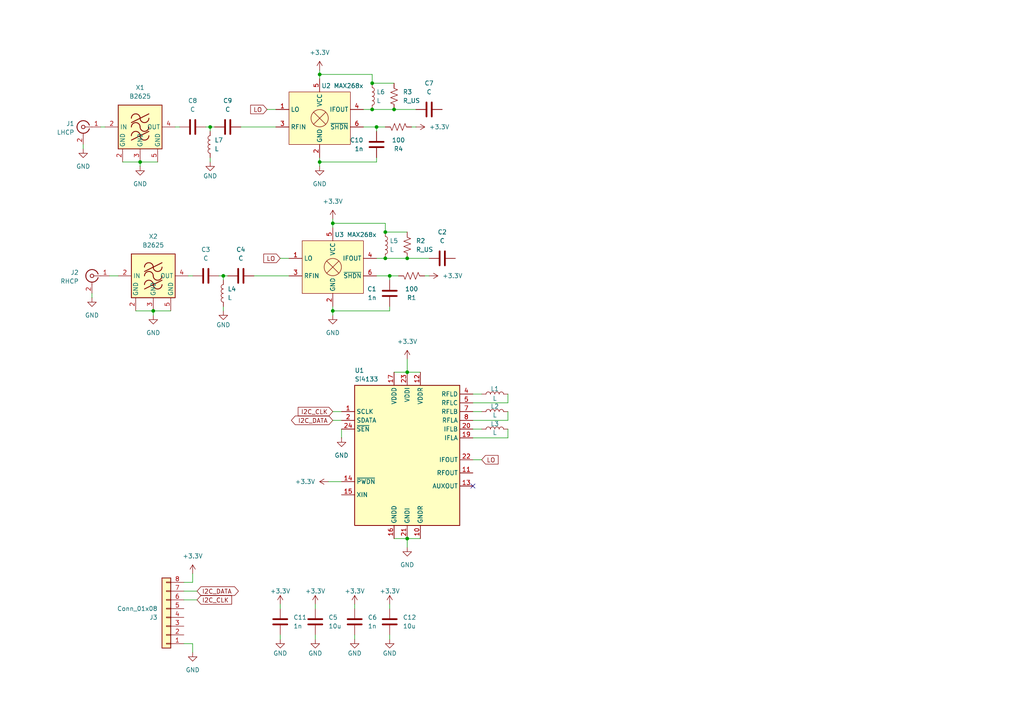
<source format=kicad_sch>
(kicad_sch (version 20231120) (generator "eeschema") (generator_version "8.0")
  (paper "A4")
  (lib_symbols
    (symbol "Connector:Conn_Coaxial" (pin_names (offset 1.016) hide)
      (property "Reference" "J" (at 0.254 3.048 0))
      (property "Value" "Conn_Coaxial" (at 2.921 0 90))
      (symbol "Conn_Coaxial_0_1"
        (arc (start -1.778 -0.508) (mid 0.2311 -1.8066) (end 1.778 0) (stroke (width 0.254)))
        (polyline (pts (xy -2.54 0) (xy -0.508 0)))
        (polyline (pts (xy 0 -2.54) (xy 0 -1.778)))
        (circle (center 0 0) (radius 0.508) (stroke (width 0.2032)))
        (arc (start 1.778 0) (mid 0.2099 1.8101) (end -1.778 0.508) (stroke (width 0.254)))
      )
      (symbol "Conn_Coaxial_1_1"
        (pin passive line (at -5.08 0 0) (length 2.54) (name "In") (number "1"))
        (pin passive line (at 0 -5.08 90) (length 2.54) (name "Ext") (number "2"))
      )
    )
    (symbol "Connector_Generic:Conn_01x08" (pin_names (offset 1.016) hide)
      (property "Reference" "J" (at 0 10.16 0))
      (property "Value" "Conn_01x08" (at 0 -12.7 0))
      (symbol "Conn_01x08_1_1"
        (rectangle (start -1.27 -10.033) (end 0 -10.287) (stroke (width 0.1524)))
        (rectangle (start -1.27 -7.493) (end 0 -7.747) (stroke (width 0.1524)))
        (rectangle (start -1.27 -4.953) (end 0 -5.207) (stroke (width 0.1524)))
        (rectangle (start -1.27 -2.413) (end 0 -2.667) (stroke (width 0.1524)))
        (rectangle (start -1.27 0.127) (end 0 -0.127) (stroke (width 0.1524)))
        (rectangle (start -1.27 2.667) (end 0 2.413) (stroke (width 0.1524)))
        (rectangle (start -1.27 5.207) (end 0 4.953) (stroke (width 0.1524)))
        (rectangle (start -1.27 7.747) (end 0 7.493) (stroke (width 0.1524)))
        (rectangle (start -1.27 8.89) (end 1.27 -11.43) (stroke (width 0.254)) (fill (type background)))
        (pin passive line (at -5.08 7.62 0) (length 3.81) (name "Pin_1") (number "1"))
        (pin passive line (at -5.08 5.08 0) (length 3.81) (name "Pin_2") (number "2"))
        (pin passive line (at -5.08 2.54 0) (length 3.81) (name "Pin_3") (number "3"))
        (pin passive line (at -5.08 0 0) (length 3.81) (name "Pin_4") (number "4"))
        (pin passive line (at -5.08 -2.54 0) (length 3.81) (name "Pin_5") (number "5"))
        (pin passive line (at -5.08 -5.08 0) (length 3.81) (name "Pin_6") (number "6"))
        (pin passive line (at -5.08 -7.62 0) (length 3.81) (name "Pin_7") (number "7"))
        (pin passive line (at -5.08 -10.16 0) (length 3.81) (name "Pin_8") (number "8"))
      )
    )
    (symbol "Device:C" (pin_numbers hide) (pin_names (offset 0.254))
      (property "Reference" "C" (at 0.635 2.54 0))
      (property "Value" "C" (at 0.635 -2.54 0))
      (symbol "C_0_1"
        (polyline (pts (xy -2.032 -0.762) (xy 2.032 -0.762)) (stroke (width 0.508)))
        (polyline (pts (xy -2.032 0.762) (xy 2.032 0.762)) (stroke (width 0.508)))
      )
      (symbol "C_1_1"
        (pin passive line (at 0 3.81 270) (length 2.794) (name "~") (number "1"))
        (pin passive line (at 0 -3.81 90) (length 2.794) (name "~") (number "2"))
      )
    )
    (symbol "Device:L" (pin_numbers hide) (pin_names (offset 1.016) hide)
      (property "Reference" "L" (at -1.27 0 90))
      (property "Value" "L" (at 1.905 0 90))
      (symbol "L_0_1"
        (arc (start 0 -2.54) (mid 0.6323 -1.905) (end 0 -1.27))
        (arc (start 0 -1.27) (mid 0.6323 -0.635) (end 0 0))
        (arc (start 0 0) (mid 0.6323 0.635) (end 0 1.27))
        (arc (start 0 1.27) (mid 0.6323 1.905) (end 0 2.54))
      )
      (symbol "L_1_1"
        (pin passive line (at 0 3.81 270) (length 1.27) (name "1") (number "1"))
        (pin passive line (at 0 -3.81 90) (length 1.27) (name "2") (number "2"))
      )
    )
    (symbol "Device:R_US" (pin_numbers hide) (pin_names (offset 0))
      (property "Reference" "R" (at 2.54 0 90))
      (property "Value" "R_US" (at -2.54 0 90))
      (symbol "R_US_0_1"
        (polyline (pts (xy 0 -2.286) (xy 0 -2.54)))
        (polyline (pts (xy 0 2.286) (xy 0 2.54)))
        (polyline (pts (xy 0 -0.762) (xy 1.016 -1.143) (xy 0 -1.524) (xy -1.016 -1.905) (xy 0 -2.286)))
        (polyline (pts (xy 0 0.762) (xy 1.016 0.381) (xy 0 0) (xy -1.016 -0.381) (xy 0 -0.762)))
        (polyline (pts (xy 0 2.286) (xy 1.016 1.905) (xy 0 1.524) (xy -1.016 1.143) (xy 0 0.762)))
      )
      (symbol "R_US_1_1"
        (pin passive line (at 0 3.81 270) (length 1.27) (name "~") (number "1"))
        (pin passive line (at 0 -3.81 90) (length 1.27) (name "~") (number "2"))
      )
    )
    (symbol "polsk:B2625"
      (property "Reference" "X" (at -5.08 9.398 0))
      (property "Value" "B2625" (at -2.54 7.62 0))
      (symbol "B2625_1_1"
        (rectangle (start -6.35 6.35) (end 6.35 -6.35) (stroke (width 0.254)) (fill (type background)))
        (arc (start 0 -2.54) (mid -1.27 -1.2755) (end -2.54 -2.54) (stroke (width 0.254)))
        (arc (start 0 -2.54) (mid 1.27 -3.8045) (end 2.54 -2.54) (stroke (width 0.254)))
        (arc (start 0 0) (mid -1.27 1.2645) (end -2.54 0) (stroke (width 0.254)))
        (polyline (pts (xy -2.54 -3.81) (xy 2.54 -1.27)) (stroke (width 0.254)))
        (polyline (pts (xy -2.54 1.27) (xy 2.54 3.81)) (stroke (width 0.254)))
        (arc (start 0 0) (mid 1.27 -1.2645) (end 2.54 0) (stroke (width 0.254)))
        (arc (start 0 2.54) (mid -1.27 3.8045) (end -2.54 2.54) (stroke (width 0.254)))
        (arc (start 0 2.54) (mid 1.27 1.2755) (end 2.54 2.54) (stroke (width 0.254)))
        (pin power_in line (at -5.08 -10.16 90) (length 3.81) (name "GND") (number "2"))
        (pin input line (at -10.16 0 0) (length 3.81) (name "IN") (number "2"))
        (pin power_in line (at 0 -10.16 90) (length 3.81) (name "GND") (number "3"))
        (pin output line (at 10.16 0 180) (length 3.81) (name "OUT") (number "4"))
        (pin power_in line (at 5.08 -10.16 90) (length 3.81) (name "GND") (number "5"))
      )
    )
    (symbol "polsk:MAX268x"
      (property "Reference" "U" (at -12.192 12.7 0))
      (property "Value" "MAX268x" (at -8.636 10.414 0))
      (symbol "MAX268x_0_1"
        (polyline (pts (xy -1.778 -1.778) (xy 1.778 1.778)))
        (polyline (pts (xy 1.778 -1.778) (xy -1.778 1.778)))
        (circle (center 0 0) (radius 2.5016))
      )
      (symbol "MAX268x_1_1"
        (rectangle (start -8.89 7.62) (end 8.89 -7.62) (fill (type background)))
        (pin input line (at -12.7 2.54 0) (length 3.81) (name "LO") (number "1"))
        (pin power_in line (at 0 -11.43 90) (length 3.81) (name "GND") (number "2"))
        (pin input line (at -12.7 -2.54 0) (length 3.81) (name "RFIN") (number "3"))
        (pin output line (at 12.7 2.54 180) (length 3.81) (name "IFOUT") (number "4"))
        (pin power_in line (at 0 11.43 270) (length 3.81) (name "VCC") (number "5"))
        (pin input line (at 12.7 -2.54 180) (length 3.81) (name "~{SHDN}") (number "6"))
      )
    )
    (symbol "polsk:si4133"
      (property "Reference" "U" (at -19.304 42.418 0))
      (property "Value" "Si4133" (at -15.24 39.878 0))
      (symbol "si4133_0_1"
        (rectangle (start -15.24 20.32) (end 15.24 -20.32) (stroke (width 0.254)) (fill (type background)))
      )
      (symbol "si4133_1_1"
        (pin input line (at -19.05 12.7 0) (length 3.81) (name "SCLK") (number "1"))
        (pin power_in line (at 3.81 -24.13 90) (length 3.81) (name "GNDR") (number "10"))
        (pin output line (at 19.05 -5.08 180) (length 3.81) (name "RFOUT") (number "11"))
        (pin power_in line (at 3.81 24.13 270) (length 3.81) (name "VDDR") (number "12"))
        (pin output line (at 19.05 -8.89 180) (length 3.81) (name "AUXOUT") (number "13"))
        (pin input line (at -19.05 -7.62 0) (length 3.81) (name "~{PWDN}") (number "14"))
        (pin input line (at -19.05 -11.43 0) (length 3.81) (name "XIN") (number "15"))
        (pin power_in line (at -3.81 -24.13 90) (length 3.81) (name "GNDD") (number "16"))
        (pin power_in line (at -3.81 24.13 270) (length 3.81) (name "VDDD") (number "17"))
        (pin power_in line (at -3.81 -24.13 90) (length 3.81) hide (name "GNDD") (number "18"))
        (pin passive line (at 19.05 5.08 180) (length 3.81) (name "IFLA") (number "19"))
        (pin input line (at -19.05 10.16 0) (length 3.81) (name "SDATA") (number "2"))
        (pin passive line (at 19.05 7.62 180) (length 3.81) (name "IFLB") (number "20"))
        (pin power_in line (at 0 -24.13 90) (length 3.81) (name "GNDI") (number "21"))
        (pin output line (at 19.05 -1.27 180) (length 3.81) (name "IFOUT") (number "22"))
        (pin power_in line (at 0 24.13 270) (length 3.81) (name "VDDI") (number "23"))
        (pin input line (at -19.05 7.62 0) (length 3.81) (name "~{SEN}") (number "24"))
        (pin power_in line (at 3.81 -24.13 90) (length 3.81) hide (name "GNDR") (number "3"))
        (pin passive line (at 19.05 17.78 180) (length 3.81) (name "RFLD") (number "4"))
        (pin passive line (at 19.05 15.24 180) (length 3.81) (name "RFLC") (number "5"))
        (pin power_in line (at 3.81 -24.13 90) (length 3.81) hide (name "GNDR") (number "6"))
        (pin passive line (at 19.05 12.7 180) (length 3.81) (name "RFLB") (number "7"))
        (pin passive line (at 19.05 10.16 180) (length 3.81) (name "RFLA") (number "8"))
        (pin power_in line (at 3.81 -24.13 90) (length 3.81) hide (name "GNDR") (number "9"))
      )
    )
    (symbol "power:+3.3V" (power) (pin_numbers hide) (pin_names (offset 0) hide)
      (property "Value" "+3.3V" (at 0 3.556 0))
      (symbol "+3.3V_0_1"
        (polyline (pts (xy -0.762 1.27) (xy 0 2.54)))
        (polyline (pts (xy 0 0) (xy 0 2.54)))
        (polyline (pts (xy 0 2.54) (xy 0.762 1.27)))
      )
      (symbol "+3.3V_1_1"
        (pin power_in line (at 0 0 90) (length 0) (name "~") (number "1"))
      )
    )
    (symbol "power:GND" (power) (pin_numbers hide) (pin_names (offset 0) hide)
      (property "Value" "GND" (at 0 -3.81 0))
      (symbol "GND_0_1"
        (polyline (pts (xy 0 0) (xy 0 -1.27) (xy 1.27 -1.27) (xy 0 -2.54) (xy -1.27 -1.27) (xy 0 -1.27)))
      )
      (symbol "GND_1_1"
        (pin power_in line (at 0 0 270) (length 0) (name "~") (number "1"))
      )
    )
  )
  (junction (at 107.95 24.13))
  (junction (at 44.45 90.17))
  (junction (at 111.76 67.31))
  (junction (at 96.52 90.17))
  (junction (at 96.52 64.77))
  (junction (at 118.11 156.21))
  (junction (at 118.11 107.95))
  (junction (at 114.3 31.75))
  (junction (at 92.71 21.59))
  (junction (at 60.96 36.83))
  (junction (at 64.77 80.01))
  (junction (at 107.95 31.75))
  (junction (at 92.71 46.99))
  (junction (at 111.76 74.93))
  (junction (at 118.11 74.93))
  (junction (at 113.03 80.01))
  (junction (at 109.22 36.83))
  (junction (at 40.64 46.99))
  (no_connect (at 137.16 140.97))
  (wire (pts (xy 118.11 107.95) (xy 121.92 107.95)))
  (wire (pts (xy 96.52 91.44) (xy 96.52 90.17)))
  (wire (pts (xy 40.64 48.26) (xy 40.64 46.99)))
  (wire (pts (xy 114.3 107.95) (xy 118.11 107.95)))
  (wire (pts (xy 120.65 36.83) (xy 119.38 36.83)))
  (wire (pts (xy 55.88 189.23) (xy 55.88 186.69)))
  (wire (pts (xy 96.52 121.92) (xy 99.06 121.92)))
  (wire (pts (xy 118.11 74.93) (xy 124.46 74.93)))
  (wire (pts (xy 81.28 184.15) (xy 81.28 185.42)))
  (wire (pts (xy 111.76 36.83) (xy 109.22 36.83)))
  (wire (pts (xy 55.88 166.37) (xy 55.88 168.91)))
  (wire (pts (xy 109.22 36.83) (xy 105.41 36.83)))
  (wire (pts (xy 45.72 46.99) (xy 40.64 46.99)))
  (wire (pts (xy 64.77 80.01) (xy 64.77 81.28)))
  (wire (pts (xy 113.03 80.01) (xy 113.03 81.28)))
  (wire (pts (xy 99.06 127) (xy 99.06 124.46)))
  (wire (pts (xy 111.76 67.31) (xy 118.11 67.31)))
  (wire (pts (xy 139.7 133.35) (xy 137.16 133.35)))
  (wire (pts (xy 92.71 48.26) (xy 92.71 46.99)))
  (wire (pts (xy 29.21 36.83) (xy 30.48 36.83)))
  (wire (pts (xy 52.07 36.83) (xy 50.8 36.83)))
  (wire (pts (xy 92.71 20.32) (xy 92.71 21.59)))
  (wire (pts (xy 124.46 80.01) (xy 123.19 80.01)))
  (wire (pts (xy 96.52 64.77) (xy 111.76 64.77)))
  (wire (pts (xy 109.22 74.93) (xy 111.76 74.93)))
  (wire (pts (xy 64.77 90.17) (xy 64.77 88.9)))
  (wire (pts (xy 105.41 31.75) (xy 107.95 31.75)))
  (wire (pts (xy 107.95 31.75) (xy 114.3 31.75)))
  (wire (pts (xy 115.57 80.01) (xy 113.03 80.01)))
  (wire (pts (xy 147.32 127) (xy 147.32 124.46)))
  (wire (pts (xy 118.11 156.21) (xy 121.92 156.21)))
  (wire (pts (xy 137.16 116.84) (xy 147.32 116.84)))
  (wire (pts (xy 96.52 119.38) (xy 99.06 119.38)))
  (wire (pts (xy 137.16 127) (xy 147.32 127)))
  (wire (pts (xy 77.47 31.75) (xy 80.01 31.75)))
  (wire (pts (xy 96.52 64.77) (xy 96.52 66.04)))
  (wire (pts (xy 111.76 67.31) (xy 111.76 64.77)))
  (wire (pts (xy 60.96 46.99) (xy 60.96 45.72)))
  (wire (pts (xy 114.3 31.75) (xy 120.65 31.75)))
  (wire (pts (xy 57.15 173.99) (xy 53.34 173.99)))
  (wire (pts (xy 107.95 24.13) (xy 107.95 21.59)))
  (wire (pts (xy 92.71 46.99) (xy 109.22 46.99)))
  (wire (pts (xy 26.67 86.36) (xy 26.67 85.09)))
  (wire (pts (xy 113.03 80.01) (xy 109.22 80.01)))
  (wire (pts (xy 113.03 175.26) (xy 113.03 176.53)))
  (wire (pts (xy 111.76 74.93) (xy 118.11 74.93)))
  (wire (pts (xy 55.88 168.91) (xy 53.34 168.91)))
  (wire (pts (xy 63.5 80.01) (xy 64.77 80.01)))
  (wire (pts (xy 81.28 74.93) (xy 83.82 74.93)))
  (wire (pts (xy 137.16 119.38) (xy 139.7 119.38)))
  (wire (pts (xy 118.11 104.14) (xy 118.11 107.95)))
  (wire (pts (xy 44.45 90.17) (xy 39.37 90.17)))
  (wire (pts (xy 40.64 46.99) (xy 35.56 46.99)))
  (wire (pts (xy 147.32 121.92) (xy 137.16 121.92)))
  (wire (pts (xy 96.52 63.5) (xy 96.52 64.77)))
  (wire (pts (xy 118.11 158.75) (xy 118.11 156.21)))
  (wire (pts (xy 137.16 114.3) (xy 139.7 114.3)))
  (wire (pts (xy 102.87 184.15) (xy 102.87 185.42)))
  (wire (pts (xy 59.69 36.83) (xy 60.96 36.83)))
  (wire (pts (xy 114.3 156.21) (xy 118.11 156.21)))
  (wire (pts (xy 49.53 90.17) (xy 44.45 90.17)))
  (wire (pts (xy 55.88 80.01) (xy 54.61 80.01)))
  (wire (pts (xy 55.88 186.69) (xy 53.34 186.69)))
  (wire (pts (xy 95.25 139.7) (xy 99.06 139.7)))
  (wire (pts (xy 147.32 116.84) (xy 147.32 114.3)))
  (wire (pts (xy 60.96 36.83) (xy 60.96 38.1)))
  (wire (pts (xy 113.03 184.15) (xy 113.03 185.42)))
  (wire (pts (xy 96.52 90.17) (xy 113.03 90.17)))
  (wire (pts (xy 147.32 119.38) (xy 147.32 121.92)))
  (wire (pts (xy 92.71 46.99) (xy 92.71 45.72)))
  (wire (pts (xy 91.44 175.26) (xy 91.44 176.53)))
  (wire (pts (xy 107.95 24.13) (xy 114.3 24.13)))
  (wire (pts (xy 137.16 124.46) (xy 139.7 124.46)))
  (wire (pts (xy 109.22 36.83) (xy 109.22 38.1)))
  (wire (pts (xy 31.75 80.01) (xy 34.29 80.01)))
  (wire (pts (xy 92.71 21.59) (xy 92.71 22.86)))
  (wire (pts (xy 60.96 36.83) (xy 62.23 36.83)))
  (wire (pts (xy 64.77 80.01) (xy 66.04 80.01)))
  (wire (pts (xy 73.66 80.01) (xy 83.82 80.01)))
  (wire (pts (xy 96.52 90.17) (xy 96.52 88.9)))
  (wire (pts (xy 24.13 43.18) (xy 24.13 41.91)))
  (wire (pts (xy 109.22 45.72) (xy 109.22 46.99)))
  (wire (pts (xy 113.03 88.9) (xy 113.03 90.17)))
  (wire (pts (xy 69.85 36.83) (xy 80.01 36.83)))
  (wire (pts (xy 92.71 21.59) (xy 107.95 21.59)))
  (wire (pts (xy 57.15 171.45) (xy 53.34 171.45)))
  (wire (pts (xy 91.44 184.15) (xy 91.44 185.42)))
  (wire (pts (xy 81.28 175.26) (xy 81.28 176.53)))
  (wire (pts (xy 102.87 175.26) (xy 102.87 176.53)))
  (wire (pts (xy 44.45 91.44) (xy 44.45 90.17)))
  (global_label "I2C_DATA" (shape bidirectional) (at 96.52 121.92 180) (property "Intersheetrefs" "${INTERSHEET_REFS}" (effects (hide yes))))
  (global_label "LO" (shape input) (at 139.7 133.35 0) (property "Intersheetrefs" "${INTERSHEET_REFS}" (effects (hide yes))))
  (global_label "I2C_CLK" (shape input) (at 96.52 119.38 180) (property "Intersheetrefs" "${INTERSHEET_REFS}" (effects (hide yes))))
  (global_label "I2C_CLK" (shape input) (at 57.15 173.99 0) (property "Intersheetrefs" "${INTERSHEET_REFS}" (effects (hide yes))))
  (global_label "LO" (shape input) (at 81.28 74.93 180) (property "Intersheetrefs" "${INTERSHEET_REFS}" (effects (hide yes))))
  (global_label "LO" (shape input) (at 77.47 31.75 180) (property "Intersheetrefs" "${INTERSHEET_REFS}" (effects (hide yes))))
  (global_label "I2C_DATA" (shape bidirectional) (at 57.15 171.45 0) (property "Intersheetrefs" "${INTERSHEET_REFS}" (effects (hide yes))))
  (symbol (lib_id "power:GND") (at 60.96 46.99 0) (unit 1)
    (property "Reference" "#PWR020" (effects (hide yes)))
    (property "Value" "GND" (at 60.96 51.054 0))
    (property "Description" "Power symbol creates a global label with name \"GND\" , ground" (effects (hide yes)))
  )
  (symbol (lib_id "Device:C") (at 128.27 74.93 90) (unit 1)
    (property "Reference" "C2" (at 128.27 67.31 90))
    (property "Value" "C" (at 128.27 69.85 90))
    (property "Description" "Unpolarized capacitor" (effects (hide yes)))
  )
  (symbol (lib_id "power:+3.3V") (at 81.28 175.26 0) (unit 1)
    (property "Reference" "#PWR023" (effects (hide yes)))
    (property "Value" "+3.3V" (at 81.28 171.45 0))
    (property "Description" "Power symbol creates a global label with name \"+3.3V\"" (effects (hide yes)))
  )
  (symbol (lib_id "Device:C") (at 102.87 180.34 0) (unit 1)
    (property "Reference" "C6" (at 106.68 179.0699 0) (effects (justify left)))
    (property "Value" "1n" (at 106.68 181.6099 0) (effects (justify left)))
    (property "Description" "Unpolarized capacitor" (effects (hide yes)))
  )
  (symbol (lib_id "power:+3.3V") (at 118.11 104.14 0) (unit 1)
    (property "Reference" "#PWR03" (effects (hide yes)))
    (property "Value" "+3.3V" (at 118.11 99.06 0))
    (property "Description" "Power symbol creates a global label with name \"+3.3V\"" (effects (hide yes)))
  )
  (symbol (lib_id "power:GND") (at 26.67 86.36 0) (mirror y) (unit 1)
    (property "Reference" "#PWR08" (effects (hide yes)))
    (property "Value" "GND" (at 26.67 91.44 0))
    (property "Description" "Power symbol creates a global label with name \"GND\" , ground" (effects (hide yes)))
  )
  (symbol (lib_id "power:+3.3V") (at 113.03 175.26 0) (unit 1)
    (property "Reference" "#PWR025" (effects (hide yes)))
    (property "Value" "+3.3V" (at 113.03 171.45 0))
    (property "Description" "Power symbol creates a global label with name \"+3.3V\"" (effects (hide yes)))
  )
  (symbol (lib_id "power:GND") (at 92.71 48.26 0) (unit 1)
    (property "Reference" "#PWR022" (effects (hide yes)))
    (property "Value" "GND" (at 92.71 53.34 0))
    (property "Description" "Power symbol creates a global label with name \"GND\" , ground" (effects (hide yes)))
  )
  (symbol (lib_id "polsk:si4133") (at 118.11 132.08 0) (unit 1)
    (property "Reference" "U1" (at 102.87 107.442 0) (effects (justify left)))
    (property "Value" "Si4133" (at 102.87 109.982 0) (effects (justify left)))
    (property "Footprint" "Package_SO:TSSOP-24_4.4x7.8mm_P0.65mm" (effects (hide yes)))
    (property "Datasheet" "datasheets/si4133.pdf" (effects (hide yes)))
    (property "Description" "Dual-Band RF Synthesizer" (effects (hide yes)))
  )
  (symbol (lib_id "Connector:Conn_Coaxial") (at 24.13 36.83 0) (mirror y) (unit 1)
    (property "Reference" "J1" (at 21.59 35.8531 0) (effects (justify left)))
    (property "Value" "LHCP" (at 21.59 38.3931 0) (effects (justify left)))
    (property "Datasheet" " ~" (effects (hide yes)))
    (property "Description" "coaxial connector (BNC, SMA, SMB, SMC, Cinch/RCA, LEMO, ...)" (effects (hide yes)))
  )
  (symbol (lib_id "Device:C") (at 59.69 80.01 90) (unit 1)
    (property "Reference" "C3" (at 59.69 72.39 90))
    (property "Value" "C" (at 59.69 74.93 90))
    (property "Description" "Unpolarized capacitor" (effects (hide yes)))
  )
  (symbol (lib_id "power:GND") (at 102.87 185.42 0) (unit 1)
    (property "Reference" "#PWR017" (effects (hide yes)))
    (property "Value" "GND" (at 102.87 189.484 0))
    (property "Description" "Power symbol creates a global label with name \"GND\" , ground" (effects (hide yes)))
  )
  (symbol (lib_id "power:GND") (at 96.52 91.44 0) (unit 1)
    (property "Reference" "#PWR011" (effects (hide yes)))
    (property "Value" "GND" (at 96.52 96.52 0))
    (property "Description" "Power symbol creates a global label with name \"GND\" , ground" (effects (hide yes)))
  )
  (symbol (lib_id "Device:C") (at 55.88 36.83 90) (unit 1)
    (property "Reference" "C8" (at 55.88 29.21 90))
    (property "Value" "C" (at 55.88 31.75 90))
    (property "Description" "Unpolarized capacitor" (effects (hide yes)))
  )
  (symbol (lib_id "Connector_Generic:Conn_01x08") (at 48.26 179.07 180) (unit 1)
    (property "Reference" "J3" (at 45.72 179.0701 0) (effects (justify left)))
    (property "Value" "Conn_01x08" (at 45.72 176.5301 0) (effects (justify left)))
    (property "Description" "Generic connector, single row, 01x08, script generated (kicad-library-utils/schlib/autogen/connector/)" (effects (hide yes)))
  )
  (symbol (lib_id "power:GND") (at 24.13 43.18 0) (mirror y) (unit 1)
    (property "Reference" "#PWR09" (effects (hide yes)))
    (property "Value" "GND" (at 24.13 48.26 0))
    (property "Description" "Power symbol creates a global label with name \"GND\" , ground" (effects (hide yes)))
  )
  (symbol (lib_id "power:GND") (at 91.44 185.42 0) (unit 1)
    (property "Reference" "#PWR06" (effects (hide yes)))
    (property "Value" "GND" (at 91.44 189.484 0))
    (property "Description" "Power symbol creates a global label with name \"GND\" , ground" (effects (hide yes)))
  )
  (symbol (lib_id "Device:C") (at 81.28 180.34 0) (unit 1)
    (property "Reference" "C11" (at 85.09 179.0699 0) (effects (justify left)))
    (property "Value" "1n" (at 85.09 181.6099 0) (effects (justify left)))
    (property "Description" "Unpolarized capacitor" (effects (hide yes)))
  )
  (symbol (lib_id "power:+3.3V") (at 124.46 80.01 270) (unit 1)
    (property "Reference" "#PWR015" (effects (hide yes)))
    (property "Value" "+3.3V" (at 128.27 80.0099 90) (effects (justify left)))
    (property "Description" "Power symbol creates a global label with name \"+3.3V\"" (effects (hide yes)))
  )
  (symbol (lib_id "power:GND") (at 118.11 158.75 0) (unit 1)
    (property "Reference" "#PWR01" (effects (hide yes)))
    (property "Value" "GND" (at 118.11 163.83 0))
    (property "Description" "Power symbol creates a global label with name \"GND\" , ground" (effects (hide yes)))
  )
  (symbol (lib_id "polsk:MAX268x") (at 92.71 34.29 0) (unit 1)
    (property "Reference" "U2" (at 93.218 24.892 0) (effects (justify left)))
    (property "Value" "MAX268x" (at 96.774 24.892 0) (effects (justify left)))
    (property "Footprint" "Package_TO_SOT_SMD:SOT-23-6" (effects (hide yes)))
    (property "Datasheet" "datasheets/MAX268x.pdf" (effects (hide yes)))
    (property "Description" "Low Noise Downconverter Mixer" (effects (hide yes)))
  )
  (symbol (lib_id "power:GND") (at 44.45 91.44 0) (mirror y) (unit 1)
    (property "Reference" "#PWR07" (effects (hide yes)))
    (property "Value" "GND" (at 44.45 96.52 0))
    (property "Description" "Power symbol creates a global label with name \"GND\" , ground" (effects (hide yes)))
  )
  (symbol (lib_id "Device:C") (at 69.85 80.01 90) (unit 1)
    (property "Reference" "C4" (at 69.85 72.39 90))
    (property "Value" "C" (at 69.85 74.93 90))
    (property "Description" "Unpolarized capacitor" (effects (hide yes)))
  )
  (symbol (lib_id "polsk:MAX268x") (at 96.52 77.47 0) (unit 1)
    (property "Reference" "U3" (at 97.028 68.072 0) (effects (justify left)))
    (property "Value" "MAX268x" (at 100.584 68.072 0) (effects (justify left)))
    (property "Footprint" "Package_TO_SOT_SMD:SOT-23-6" (effects (hide yes)))
    (property "Datasheet" "datasheets/max268x.pdf" (effects (hide yes)))
    (property "Description" "Low Noise Downconverter Mixer" (effects (hide yes)))
  )
  (symbol (lib_id "Connector:Conn_Coaxial") (at 26.67 80.01 0) (mirror y) (unit 1)
    (property "Reference" "J2" (at 22.86 79.0331 0) (effects (justify left)))
    (property "Value" "RHCP" (at 22.86 81.5731 0) (effects (justify left)))
    (property "Datasheet" " ~" (effects (hide yes)))
    (property "Description" "coaxial connector (BNC, SMA, SMB, SMC, Cinch/RCA, LEMO, ...)" (effects (hide yes)))
  )
  (symbol (lib_id "Device:L") (at 111.76 71.12 0) (unit 1)
    (property "Reference" "L5" (at 113.03 69.8499 0) (effects (justify left)))
    (property "Value" "L" (at 113.03 72.3899 0) (effects (justify left)))
    (property "Description" "Inductor" (effects (hide yes)))
  )
  (symbol (lib_id "Device:L") (at 64.77 85.09 180) (unit 1)
    (property "Reference" "L4" (at 66.04 83.8199 0) (effects (justify right)))
    (property "Value" "L" (at 66.04 86.3599 0) (effects (justify right)))
    (property "Description" "Inductor" (effects (hide yes)))
  )
  (symbol (lib_id "power:+3.3V") (at 120.65 36.83 270) (unit 1)
    (property "Reference" "#PWR019" (effects (hide yes)))
    (property "Value" "+3.3V" (at 124.46 36.8299 90) (effects (justify left)))
    (property "Description" "Power symbol creates a global label with name \"+3.3V\"" (effects (hide yes)))
  )
  (symbol (lib_id "Device:L") (at 60.96 41.91 180) (unit 1)
    (property "Reference" "L7" (at 62.23 40.6399 0) (effects (justify right)))
    (property "Value" "L" (at 62.23 43.1799 0) (effects (justify right)))
    (property "Description" "Inductor" (effects (hide yes)))
  )
  (symbol (lib_id "power:+3.3V") (at 55.88 166.37 0) (unit 1)
    (property "Reference" "#PWR04" (effects (hide yes)))
    (property "Value" "+3.3V" (at 55.88 161.29 0))
    (property "Description" "Power symbol creates a global label with name \"+3.3V\"" (effects (hide yes)))
  )
  (symbol (lib_id "Device:R_US") (at 114.3 27.94 0) (unit 1)
    (property "Reference" "R3" (at 116.84 26.6699 0) (effects (justify left)))
    (property "Value" "R_US" (at 116.84 29.2099 0) (effects (justify left)))
    (property "Description" "Resistor, US symbol" (effects (hide yes)))
  )
  (symbol (lib_id "power:GND") (at 113.03 185.42 0) (unit 1)
    (property "Reference" "#PWR026" (effects (hide yes)))
    (property "Value" "GND" (at 113.03 189.484 0))
    (property "Description" "Power symbol creates a global label with name \"GND\" , ground" (effects (hide yes)))
  )
  (symbol (lib_id "Device:R_US") (at 119.38 80.01 270) (mirror x) (unit 1)
    (property "Reference" "R1" (at 119.38 86.36 90))
    (property "Value" "100" (at 119.38 83.82 90))
    (property "Description" "Resistor, US symbol" (effects (hide yes)))
  )
  (symbol (lib_name "polsk:B2625") (lib_id "polsk:B2625") (at 40.64 36.83 0) (unit 1)
    (property "Reference" "X1" (at 40.64 25.4 0))
    (property "Value" "B2625" (at 40.64 27.94 0))
    (property "Footprint" "Filter:Filter_1411-5_1.4x1.1mm" (effects (hide yes)))
    (property "Datasheet" "datasheets/b2625.pdf" (effects (hide yes)))
    (property "Description" "Bandpass Filter, 915MHz, SAW filter 5-pin" (effects (hide yes)))
  )
  (symbol (lib_id "Device:R_US") (at 118.11 71.12 0) (unit 1)
    (property "Reference" "R2" (at 120.65 69.8499 0) (effects (justify left)))
    (property "Value" "R_US" (at 120.65 72.3899 0) (effects (justify left)))
    (property "Description" "Resistor, US symbol" (effects (hide yes)))
  )
  (symbol (lib_id "Device:R_US") (at 115.57 36.83 270) (mirror x) (unit 1)
    (property "Reference" "R4" (at 115.57 43.18 90))
    (property "Value" "100" (at 115.57 40.64 90))
    (property "Description" "Resistor, US symbol" (effects (hide yes)))
  )
  (symbol (lib_id "power:GND") (at 81.28 185.42 0) (unit 1)
    (property "Reference" "#PWR024" (effects (hide yes)))
    (property "Value" "GND" (at 81.28 189.484 0))
    (property "Description" "Power symbol creates a global label with name \"GND\" , ground" (effects (hide yes)))
  )
  (symbol (lib_id "power:+3.3V") (at 95.25 139.7 90) (unit 1)
    (property "Reference" "#PWR010" (effects (hide yes)))
    (property "Value" "+3.3V" (at 91.44 139.6999 90) (effects (justify left)))
    (property "Description" "Power symbol creates a global label with name \"+3.3V\"" (effects (hide yes)))
  )
  (symbol (lib_id "Device:L") (at 143.51 114.3 90) (unit 1)
    (property "Reference" "L1" (at 143.51 112.776 90))
    (property "Value" "L" (at 143.51 115.57 90))
    (property "Description" "Inductor" (effects (hide yes)))
  )
  (symbol (lib_id "Device:L") (at 143.51 124.46 90) (unit 1)
    (property "Reference" "L3" (at 143.51 122.936 90))
    (property "Value" "L" (at 143.51 125.476 90))
    (property "Description" "Inductor" (effects (hide yes)))
  )
  (symbol (lib_id "power:GND") (at 99.06 127 0) (unit 1)
    (property "Reference" "#PWR02" (effects (hide yes)))
    (property "Value" "GND" (at 99.06 132.08 0))
    (property "Description" "Power symbol creates a global label with name \"GND\" , ground" (effects (hide yes)))
  )
  (symbol (lib_id "power:+3.3V") (at 91.44 175.26 0) (unit 1)
    (property "Reference" "#PWR013" (effects (hide yes)))
    (property "Value" "+3.3V" (at 91.44 171.45 0))
    (property "Description" "Power symbol creates a global label with name \"+3.3V\"" (effects (hide yes)))
  )
  (symbol (lib_id "Device:L") (at 107.95 27.94 0) (unit 1)
    (property "Reference" "L6" (at 109.22 26.6699 0) (effects (justify left)))
    (property "Value" "L" (at 109.22 29.2099 0) (effects (justify left)))
    (property "Description" "Inductor" (effects (hide yes)))
  )
  (symbol (lib_id "Device:C") (at 91.44 180.34 0) (unit 1)
    (property "Reference" "C5" (at 95.25 179.0699 0) (effects (justify left)))
    (property "Value" "10u" (at 95.25 181.6099 0) (effects (justify left)))
    (property "Description" "Unpolarized capacitor" (effects (hide yes)))
  )
  (symbol (lib_id "power:GND") (at 40.64 48.26 0) (mirror y) (unit 1)
    (property "Reference" "#PWR021" (effects (hide yes)))
    (property "Value" "GND" (at 40.64 53.34 0))
    (property "Description" "Power symbol creates a global label with name \"GND\" , ground" (effects (hide yes)))
  )
  (symbol (lib_id "power:GND") (at 64.77 90.17 0) (unit 1)
    (property "Reference" "#PWR012" (effects (hide yes)))
    (property "Value" "GND" (at 64.77 94.234 0))
    (property "Description" "Power symbol creates a global label with name \"GND\" , ground" (effects (hide yes)))
  )
  (symbol (lib_id "Device:C") (at 66.04 36.83 90) (unit 1)
    (property "Reference" "C9" (at 66.04 29.21 90))
    (property "Value" "C" (at 66.04 31.75 90))
    (property "Description" "Unpolarized capacitor" (effects (hide yes)))
  )
  (symbol (lib_id "Device:C") (at 113.03 180.34 0) (unit 1)
    (property "Reference" "C12" (at 116.84 179.0699 0) (effects (justify left)))
    (property "Value" "10u" (at 116.84 181.6099 0) (effects (justify left)))
    (property "Description" "Unpolarized capacitor" (effects (hide yes)))
  )
  (symbol (lib_name "polsk:B2625") (lib_id "polsk:B2625") (at 44.45 80.01 0) (unit 1)
    (property "Reference" "X2" (at 44.45 68.58 0))
    (property "Value" "B2625" (at 44.45 71.12 0))
    (property "Footprint" "Filter:Filter_1411-5_1.4x1.1mm" (effects (hide yes)))
    (property "Datasheet" "datasheets/b2625.pdf" (effects (hide yes)))
    (property "Description" "Bandpass Filter, 915MHz, SAW filter 5-pin" (effects (hide yes)))
  )
  (symbol (lib_id "power:+3.3V") (at 96.52 63.5 0) (unit 1)
    (property "Reference" "#PWR014" (effects (hide yes)))
    (property "Value" "+3.3V" (at 96.52 58.42 0))
    (property "Description" "Power symbol creates a global label with name \"+3.3V\"" (effects (hide yes)))
  )
  (symbol (lib_id "power:+3.3V") (at 92.71 20.32 0) (unit 1)
    (property "Reference" "#PWR018" (effects (hide yes)))
    (property "Value" "+3.3V" (at 92.71 15.24 0))
    (property "Description" "Power symbol creates a global label with name \"+3.3V\"" (effects (hide yes)))
  )
  (symbol (lib_id "Device:C") (at 124.46 31.75 90) (unit 1)
    (property "Reference" "C7" (at 124.46 24.13 90))
    (property "Value" "C" (at 124.46 26.67 90))
    (property "Description" "Unpolarized capacitor" (effects (hide yes)))
  )
  (symbol (lib_id "power:GND") (at 55.88 189.23 0) (unit 1)
    (property "Reference" "#PWR05" (effects (hide yes)))
    (property "Value" "GND" (at 55.88 194.31 0))
    (property "Description" "Power symbol creates a global label with name \"GND\" , ground" (effects (hide yes)))
  )
  (symbol (lib_id "Device:C") (at 109.22 41.91 0) (mirror y) (unit 1)
    (property "Reference" "C10" (at 105.41 40.6399 0) (effects (justify left)))
    (property "Value" "1n" (at 105.41 43.1799 0) (effects (justify left)))
    (property "Description" "Unpolarized capacitor" (effects (hide yes)))
  )
  (symbol (lib_id "power:+3.3V") (at 102.87 175.26 0) (unit 1)
    (property "Reference" "#PWR016" (effects (hide yes)))
    (property "Value" "+3.3V" (at 102.87 171.45 0))
    (property "Description" "Power symbol creates a global label with name \"+3.3V\"" (effects (hide yes)))
  )
  (symbol (lib_id "Device:C") (at 113.03 85.09 0) (mirror y) (unit 1)
    (property "Reference" "C1" (at 109.22 83.8199 0) (effects (justify left)))
    (property "Value" "1n" (at 109.22 86.3599 0) (effects (justify left)))
    (property "Description" "Unpolarized capacitor" (effects (hide yes)))
  )
  (symbol (lib_id "Device:L") (at 143.51 119.38 90) (unit 1)
    (property "Reference" "L2" (at 143.51 117.856 90))
    (property "Value" "L" (at 143.51 120.396 90))
    (property "Description" "Inductor" (effects (hide yes)))
  )
)
</source>
